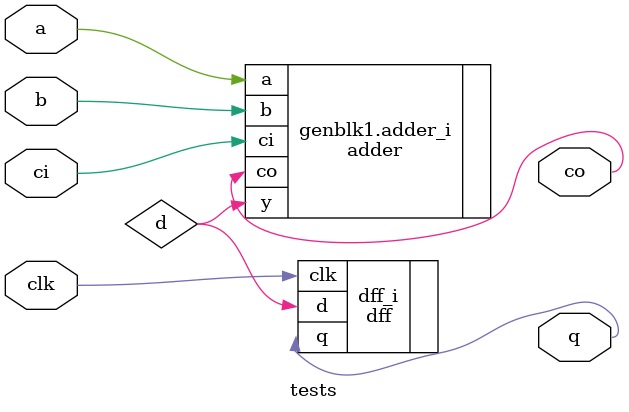
<source format=v>
`include "adder/adder.sim.v"
`include "dff/dff.sim.v"
`include "lut2/lut2.sim.v"


(* MODES="ADD,LUT" *)
module tests(input clk, a, b, ci, output q, co);
  parameter MODE = "ADD";
  wire d;
  generate
    if(MODE == "ADD") begin
    adder adder_i(.a(a), .b(b), .ci(ci), .y(d), .co(co));
    end else if(MODE == "LUT") begin
    assign co = 0;
    lut2 lut2_i(.in({b, a}), .y(d));
    end
  endgenerate
  dff dff_i(.clk(clk), .d(d), .q(q));

endmodule

</source>
